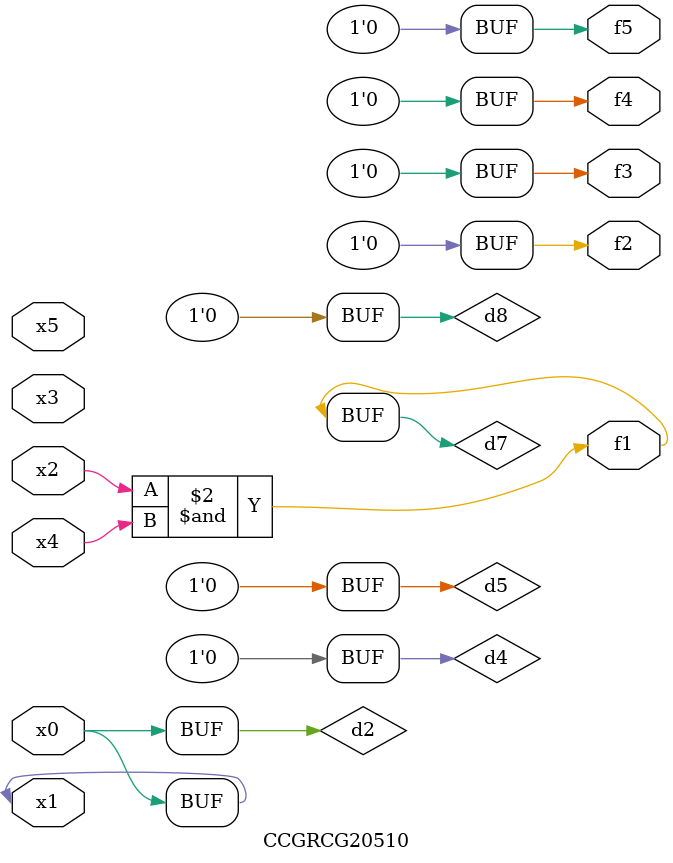
<source format=v>
module CCGRCG20510(
	input x0, x1, x2, x3, x4, x5,
	output f1, f2, f3, f4, f5
);

	wire d1, d2, d3, d4, d5, d6, d7, d8, d9;

	nand (d1, x1);
	buf (d2, x0, x1);
	nand (d3, x2, x4);
	and (d4, d1, d2);
	and (d5, d1, d2);
	nand (d6, d1, d3);
	not (d7, d3);
	xor (d8, d5);
	nor (d9, d5, d6);
	assign f1 = d7;
	assign f2 = d8;
	assign f3 = d8;
	assign f4 = d8;
	assign f5 = d8;
endmodule

</source>
